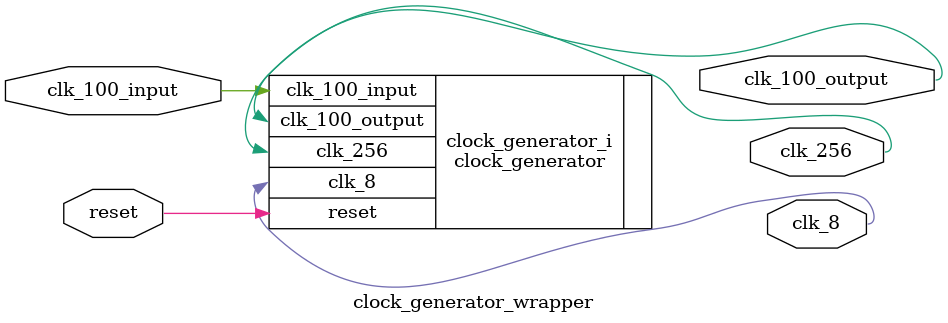
<source format=v>
`timescale 1 ps / 1 ps

module clock_generator_wrapper
   (clk_100_input,
    clk_100_output,
    clk_256,
    clk_8,
    reset);
  input clk_100_input;
  output clk_100_output;
  output clk_256;
  output clk_8;
  input reset;

  wire clk_100_input;
  wire clk_100_output;
  wire clk_256;
  wire clk_8;
  wire reset;

  clock_generator clock_generator_i
       (.clk_100_input(clk_100_input),
        .clk_100_output(clk_100_output),
        .clk_256(clk_256),
        .clk_8(clk_8),
        .reset(reset));
endmodule

</source>
